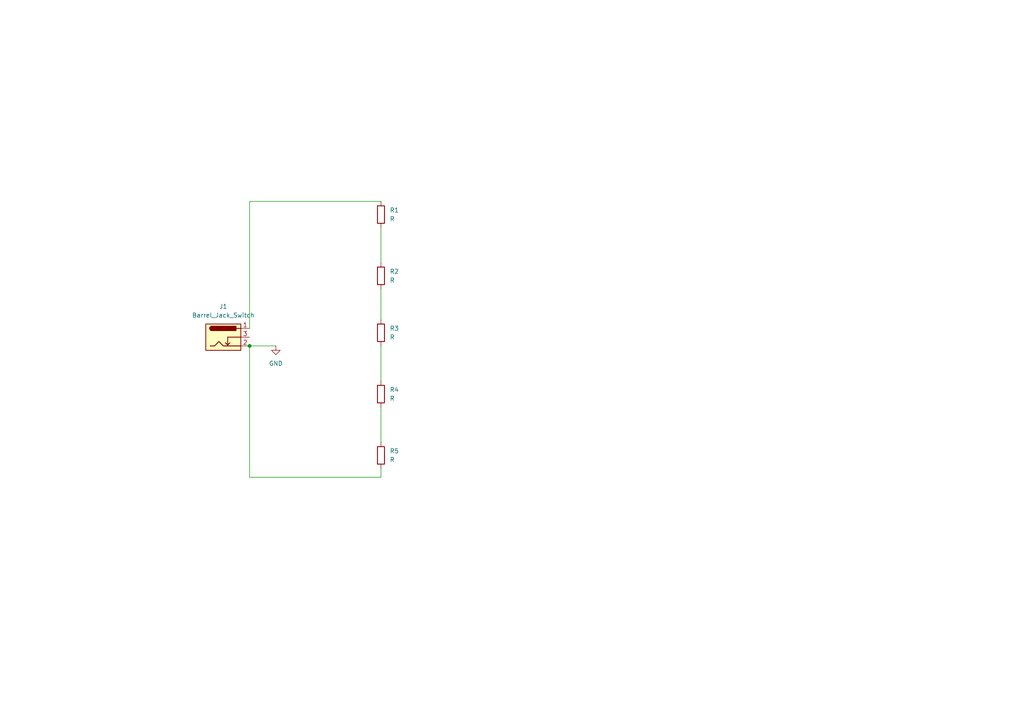
<source format=kicad_sch>
(kicad_sch (version 20250114) (generator "eeschema") (generator_version "9.0")
  (paper "A4")
  (lib_symbols
    (symbol "Connector:Barrel_Jack_Switch" (pin_names (hide yes))
      (property "Reference" "J" (at 0 5.334 0))
      (property "Value" "Barrel_Jack_Switch" (at 0 -5.08 0))
      (symbol "Barrel_Jack_Switch_0_1"
        (rectangle (start -5.08 3.81) (end 5.08 -3.81) (stroke (width 0.254)) (fill (type background)))
        (polyline (pts (xy -3.81 -2.54) (xy -2.54 -2.54) (xy -1.27 -1.27) (xy 0 -2.54) (xy 2.54 -2.54) (xy 5.08 -2.54)) (stroke (width 0.254)))
        (arc (start -3.302 1.905) (mid -3.9343 2.54) (end -3.302 3.175) (stroke (width 0.254)))
        (arc (start -3.302 1.905) (mid -3.9343 2.54) (end -3.302 3.175) (stroke (width 0.254)) (fill (type outline)))
        (polyline (pts (xy 1.27 -2.286) (xy 1.905 -1.651)) (stroke (width 0.254)))
        (rectangle (start 3.683 3.175) (end -3.302 1.905) (stroke (width 0.254)) (fill (type outline)))
        (polyline (pts (xy 5.08 2.54) (xy 3.81 2.54)) (stroke (width 0.254)))
        (polyline (pts (xy 5.08 0) (xy 1.27 0) (xy 1.27 -2.286) (xy 0.635 -1.651)) (stroke (width 0.254)))
      )
      (symbol "Barrel_Jack_Switch_1_1"
        (pin passive line (at 7.62 2.54 180) (length 2.54) (name "~") (number "1"))
        (pin passive line (at 7.62 0 180) (length 2.54) (name "~") (number "3"))
        (pin passive line (at 7.62 -2.54 180) (length 2.54) (name "~") (number "2"))
      )
    )
    (symbol "Device:R" (pin_numbers (hide yes)) (pin_names (offset 0))
      (property "Reference" "R" (at 2.032 0 90))
      (property "Value" "R" (at 0 0 90))
      (symbol "R_0_1"
        (rectangle (start -1.016 -2.54) (end 1.016 2.54) (stroke (width 0.254)))
      )
      (symbol "R_1_1"
        (pin passive line (at 0 3.81 270) (length 1.27) (name "~") (number "1"))
        (pin passive line (at 0 -3.81 90) (length 1.27) (name "~") (number "2"))
      )
    )
    (symbol "power:GND" (power) (pin_numbers (hide yes)) (pin_names (offset 0) (hide yes))
      (property "Value" "GND" (at 0 -3.81 0))
      (symbol "GND_0_1"
        (polyline (pts (xy 0 0) (xy 0 -1.27) (xy 1.27 -1.27) (xy 0 -2.54) (xy -1.27 -1.27) (xy 0 -1.27)))
      )
      (symbol "GND_1_1"
        (pin power_in line (at 0 0 270) (length 0) (name "~") (number "1"))
      )
    )
  )
  (junction (at 72.39 100.33))
  (wire (pts (xy 110.49 58.42) (xy 72.39 58.42)))
  (wire (pts (xy 72.39 100.33) (xy 72.39 138.43)))
  (wire (pts (xy 110.49 138.43) (xy 110.49 135.89)))
  (wire (pts (xy 110.49 83.82) (xy 110.49 92.71)))
  (wire (pts (xy 72.39 58.42) (xy 72.39 95.25)))
  (wire (pts (xy 110.49 118.11) (xy 110.49 128.27)))
  (wire (pts (xy 110.49 66.04) (xy 110.49 76.2)))
  (wire (pts (xy 110.49 100.33) (xy 110.49 110.49)))
  (wire (pts (xy 72.39 100.33) (xy 80.01 100.33)))
  (wire (pts (xy 72.39 138.43) (xy 110.49 138.43)))
  (symbol (lib_id "Device:R") (at 110.49 114.3 0) (unit 1)
    (property "Reference" "R4" (at 113.03 113.0299 0) (effects (justify left)))
    (property "Value" "R" (at 113.03 115.5699 0) (effects (justify left)))
    (property "Footprint" "Resistor_THT:R_Axial_DIN0617_L17.0mm_D6.0mm_P25.40mm_Horizontal" (effects (hide yes)))
    (property "Description" "Resistor" (effects (hide yes)))
  )
  (symbol (lib_id "Device:R") (at 110.49 80.01 0) (unit 1)
    (property "Reference" "R2" (at 113.03 78.7399 0) (effects (justify left)))
    (property "Value" "R" (at 113.03 81.2799 0) (effects (justify left)))
    (property "Footprint" "Resistor_THT:R_Axial_DIN0617_L17.0mm_D6.0mm_P25.40mm_Horizontal" (effects (hide yes)))
    (property "Description" "Resistor" (effects (hide yes)))
  )
  (symbol (lib_id "Device:R") (at 110.49 132.08 0) (unit 1)
    (property "Reference" "R5" (at 113.03 130.8099 0) (effects (justify left)))
    (property "Value" "R" (at 113.03 133.3499 0) (effects (justify left)))
    (property "Footprint" "Resistor_THT:R_Axial_DIN0617_L17.0mm_D6.0mm_P25.40mm_Horizontal" (effects (hide yes)))
    (property "Description" "Resistor" (effects (hide yes)))
  )
  (symbol (lib_id "Device:R") (at 110.49 62.23 0) (unit 1)
    (property "Reference" "R1" (at 113.03 60.9599 0) (effects (justify left)))
    (property "Value" "R" (at 113.03 63.4999 0) (effects (justify left)))
    (property "Footprint" "Resistor_THT:R_Axial_DIN0617_L17.0mm_D6.0mm_P25.40mm_Horizontal" (effects (hide yes)))
    (property "Description" "Resistor" (effects (hide yes)))
  )
  (symbol (lib_id "Connector:Barrel_Jack_Switch") (at 64.77 97.79 0) (unit 1)
    (property "Reference" "J1" (at 64.77 88.9 0))
    (property "Value" "Barrel_Jack_Switch" (at 64.77 91.44 0))
    (property "Footprint" "Connector_BarrelJack:BarrelJack_Kycon_KLDX-0202-xC_Horizontal" (effects (hide yes)))
    (property "Description" "DC Barrel Jack with an internal switch" (effects (hide yes)))
  )
  (symbol (lib_id "Device:R") (at 110.49 96.52 0) (unit 1)
    (property "Reference" "R3" (at 113.03 95.2499 0) (effects (justify left)))
    (property "Value" "R" (at 113.03 97.7899 0) (effects (justify left)))
    (property "Footprint" "Resistor_THT:R_Axial_DIN0617_L17.0mm_D6.0mm_P25.40mm_Horizontal" (effects (hide yes)))
    (property "Description" "Resistor" (effects (hide yes)))
  )
  (symbol (lib_id "power:GND") (at 80.01 100.33 0) (unit 1)
    (property "Reference" "#PWR01" (effects (hide yes)))
    (property "Value" "GND" (at 80.01 105.41 0))
    (property "Description" "Power symbol creates a global label with name \"GND\" , ground" (effects (hide yes)))
  )
)
</source>
